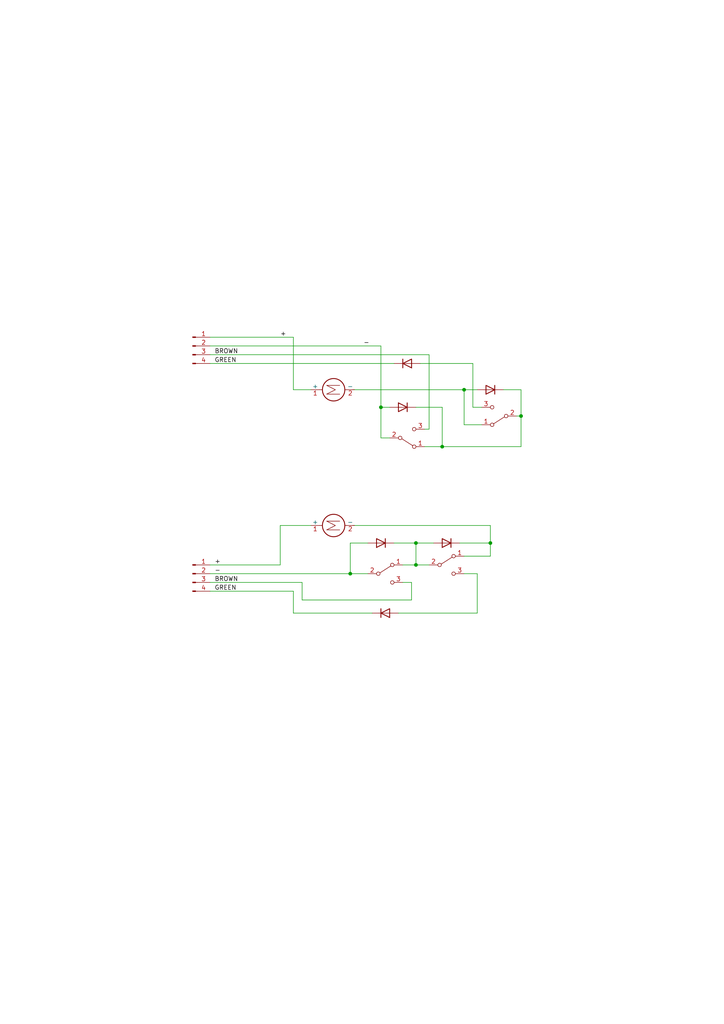
<source format=kicad_sch>
(kicad_sch (version 20230121) (generator eeschema)
  (paper "A4" portrait)
  (lib_symbols
    (symbol "Connector:Conn_01x04_Pin" (pin_names (offset 1.016) hide)
      (property "Reference" "J" (at 0 5.08 0))
      (property "Value" "Conn_01x04_Pin" (at 0 -7.62 0))
      (symbol "Conn_01x04_Pin_1_1"
        (polyline (pts (xy 1.27 -5.08) (xy 0.8636 -5.08)) (stroke (width 0.1524)))
        (polyline (pts (xy 1.27 -2.54) (xy 0.8636 -2.54)) (stroke (width 0.1524)))
        (polyline (pts (xy 1.27 0) (xy 0.8636 0)) (stroke (width 0.1524)))
        (polyline (pts (xy 1.27 2.54) (xy 0.8636 2.54)) (stroke (width 0.1524)))
        (rectangle (start 0.8636 -4.953) (end 0 -5.207) (stroke (width 0.1524)) (fill (type outline)))
        (rectangle (start 0.8636 -2.413) (end 0 -2.667) (stroke (width 0.1524)) (fill (type outline)))
        (rectangle (start 0.8636 0.127) (end 0 -0.127) (stroke (width 0.1524)) (fill (type outline)))
        (rectangle (start 0.8636 2.667) (end 0 2.413) (stroke (width 0.1524)) (fill (type outline)))
        (pin passive line (at 5.08 2.54 180) (length 3.81) (name "Pin_1") (number "1"))
        (pin passive line (at 5.08 0 180) (length 3.81) (name "Pin_2") (number "2"))
        (pin passive line (at 5.08 -2.54 180) (length 3.81) (name "Pin_3") (number "3"))
        (pin passive line (at 5.08 -5.08 180) (length 3.81) (name "Pin_4") (number "4"))
      )
    )
    (symbol "Diode:1N4001" (pin_numbers hide) (pin_names hide)
      (property "Reference" "D" (at 0 2.54 0))
      (property "Value" "1N4001" (at 0 -2.54 0))
      (symbol "1N4001_0_1"
        (polyline (pts (xy -1.27 1.27) (xy -1.27 -1.27)) (stroke (width 0.254)))
        (polyline (pts (xy 1.27 0) (xy -1.27 0)))
        (polyline (pts (xy 1.27 1.27) (xy 1.27 -1.27) (xy -1.27 0) (xy 1.27 1.27)) (stroke (width 0.254)))
      )
      (symbol "1N4001_1_1"
        (pin passive line (at -3.81 0 0) (length 2.54) (name "K") (number "1"))
        (pin passive line (at 3.81 0 180) (length 2.54) (name "A") (number "2"))
      )
    )
    (symbol "Motor:Motor_DC" (pin_names (offset 0))
      (property "Reference" "M" (at 2.54 2.54 0))
      (property "Value" "Motor_DC" (at 2.54 -5.08 0))
      (symbol "Motor_DC_0_0"
        (polyline (pts (xy -1.27 -3.302) (xy -1.27 0.508) (xy 0 -2.032) (xy 1.27 0.508) (xy 1.27 -3.302)))
      )
      (symbol "Motor_DC_0_1"
        (circle (center 0 -1.524) (radius 3.2512) (stroke (width 0.254)))
        (polyline (pts (xy 0 -7.62) (xy 0 -7.112)))
        (polyline (pts (xy 0 -4.7752) (xy 0 -5.1816)))
        (polyline (pts (xy 0 1.7272) (xy 0 2.0828)))
        (polyline (pts (xy 0 2.032) (xy 0 2.54)))
      )
      (symbol "Motor_DC_1_1"
        (pin passive line (at 0 5.08 270) (length 2.54) (name "+") (number "1"))
        (pin passive line (at 0 -7.62 90) (length 2.54) (name "-") (number "2"))
      )
    )
    (symbol "Switch:SW_SPDT" (pin_names (offset 0) hide)
      (property "Reference" "SW" (at 0 4.318 0))
      (property "Value" "SW_SPDT" (at 0 -5.08 0))
      (symbol "SW_SPDT_0_0"
        (circle (center -2.032 0) (radius 0.508))
        (circle (center 2.032 -2.54) (radius 0.508))
      )
      (symbol "SW_SPDT_0_1"
        (polyline (pts (xy -1.524 0.254) (xy 1.651 2.286)))
        (circle (center 2.032 2.54) (radius 0.508))
      )
      (symbol "SW_SPDT_1_1"
        (pin passive line (at 5.08 2.54 180) (length 2.54) (name "A") (number "1"))
        (pin passive line (at -5.08 0 0) (length 2.54) (name "B") (number "2"))
        (pin passive line (at 5.08 -2.54 180) (length 2.54) (name "C") (number "3"))
      )
    )
  )
  (junction (at 110.49 118.11))
  (junction (at 151.13 120.65))
  (junction (at 120.65 163.83))
  (junction (at 128.27 129.54))
  (junction (at 134.62 113.03))
  (junction (at 101.6 166.37))
  (junction (at 120.65 157.48))
  (junction (at 142.24 157.48))
  (wire (pts (xy 139.7 118.11) (xy 137.16 118.11)))
  (wire (pts (xy 134.62 123.19) (xy 134.62 113.03)))
  (wire (pts (xy 137.16 105.41) (xy 121.92 105.41)))
  (wire (pts (xy 120.65 163.83) (xy 124.46 163.83)))
  (wire (pts (xy 60.96 102.87) (xy 124.46 102.87)))
  (wire (pts (xy 114.3 157.48) (xy 120.65 157.48)))
  (wire (pts (xy 101.6 166.37) (xy 106.68 166.37)))
  (wire (pts (xy 115.57 177.8) (xy 138.43 177.8)))
  (wire (pts (xy 128.27 118.11) (xy 120.65 118.11)))
  (wire (pts (xy 134.62 113.03) (xy 138.43 113.03)))
  (wire (pts (xy 123.19 129.54) (xy 128.27 129.54)))
  (wire (pts (xy 60.96 100.33) (xy 110.49 100.33)))
  (wire (pts (xy 85.09 177.8) (xy 85.09 171.45)))
  (wire (pts (xy 139.7 123.19) (xy 134.62 123.19)))
  (wire (pts (xy 138.43 166.37) (xy 134.62 166.37)))
  (wire (pts (xy 142.24 152.4) (xy 142.24 157.48)))
  (wire (pts (xy 101.6 157.48) (xy 101.6 166.37)))
  (wire (pts (xy 124.46 124.46) (xy 123.19 124.46)))
  (wire (pts (xy 60.96 168.91) (xy 87.63 168.91)))
  (wire (pts (xy 124.46 102.87) (xy 124.46 124.46)))
  (wire (pts (xy 85.09 113.03) (xy 85.09 97.79)))
  (wire (pts (xy 128.27 129.54) (xy 151.13 129.54)))
  (wire (pts (xy 110.49 127) (xy 110.49 118.11)))
  (wire (pts (xy 110.49 118.11) (xy 113.03 118.11)))
  (wire (pts (xy 128.27 129.54) (xy 128.27 118.11)))
  (wire (pts (xy 60.96 163.83) (xy 81.28 163.83)))
  (wire (pts (xy 60.96 166.37) (xy 101.6 166.37)))
  (wire (pts (xy 85.09 171.45) (xy 60.96 171.45)))
  (wire (pts (xy 151.13 120.65) (xy 151.13 113.03)))
  (wire (pts (xy 134.62 161.29) (xy 142.24 161.29)))
  (wire (pts (xy 81.28 163.83) (xy 81.28 152.4)))
  (wire (pts (xy 81.28 152.4) (xy 90.17 152.4)))
  (wire (pts (xy 113.03 127) (xy 110.49 127)))
  (wire (pts (xy 151.13 120.65) (xy 151.13 129.54)))
  (wire (pts (xy 138.43 177.8) (xy 138.43 166.37)))
  (wire (pts (xy 151.13 113.03) (xy 146.05 113.03)))
  (wire (pts (xy 137.16 118.11) (xy 137.16 105.41)))
  (wire (pts (xy 110.49 100.33) (xy 110.49 118.11)))
  (wire (pts (xy 87.63 168.91) (xy 87.63 173.99)))
  (wire (pts (xy 106.68 157.48) (xy 101.6 157.48)))
  (wire (pts (xy 60.96 105.41) (xy 114.3 105.41)))
  (wire (pts (xy 87.63 173.99) (xy 119.38 173.99)))
  (wire (pts (xy 85.09 97.79) (xy 60.96 97.79)))
  (wire (pts (xy 142.24 157.48) (xy 142.24 161.29)))
  (wire (pts (xy 119.38 173.99) (xy 119.38 168.91)))
  (wire (pts (xy 102.87 113.03) (xy 134.62 113.03)))
  (wire (pts (xy 149.86 120.65) (xy 151.13 120.65)))
  (wire (pts (xy 133.35 157.48) (xy 142.24 157.48)))
  (wire (pts (xy 125.73 157.48) (xy 120.65 157.48)))
  (wire (pts (xy 116.84 163.83) (xy 120.65 163.83)))
  (wire (pts (xy 119.38 168.91) (xy 116.84 168.91)))
  (wire (pts (xy 120.65 157.48) (xy 120.65 163.83)))
  (wire (pts (xy 142.24 152.4) (xy 102.87 152.4)))
  (wire (pts (xy 107.95 177.8) (xy 85.09 177.8)))
  (wire (pts (xy 90.17 113.03) (xy 85.09 113.03)))
  (label "+" (at 62.23 163.83 0))
  (label "GREEN" (at 62.23 171.45 0))
  (label "BROWN" (at 62.23 168.91 0))
  (label "-" (at 105.41 100.33 0))
  (label "+" (at 81.28 97.79 0))
  (label "-" (at 62.23 166.37 0))
  (label "GREEN" (at 62.23 105.41 0))
  (label "BROWN" (at 62.23 102.87 0))
  (symbol (lib_id "Diode:1N4001") (at 111.76 177.8 0) (mirror x) (unit 1) (in_bom no) (on_board no)
    (property "Reference" "D31" (effects hide))
    (property "Value" "1N4001" (effects hide))
    (property "Footprint" "Diode_THT:D_DO-41_SOD81_P10.16mm_Horizontal" (effects hide))
    (property "Datasheet" "http://www.vishay.com/docs/88503/1n4001.pdf" (effects hide))
    (property "Sim.Device" "D" (effects hide))
    (property "Sim.Pins" "1=K 2=A" (effects hide))
  )
  (symbol (lib_id "Diode:1N4001") (at 118.11 105.41 0) (mirror x) (unit 1) (in_bom no) (on_board no)
    (property "Reference" "D29" (effects hide))
    (property "Value" "1N4001" (effects hide))
    (property "Footprint" "Diode_THT:D_DO-41_SOD81_P10.16mm_Horizontal" (effects hide))
    (property "Datasheet" "http://www.vishay.com/docs/88503/1n4001.pdf" (effects hide))
    (property "Sim.Device" "D" (effects hide))
    (property "Sim.Pins" "1=K 2=A" (effects hide))
  )
  (symbol (lib_id "Diode:1N4001") (at 116.84 118.11 0) (mirror y) (unit 1) (in_bom no) (on_board no)
    (property "Reference" "D27" (effects hide))
    (property "Value" "1N4001" (effects hide))
    (property "Footprint" "Diode_THT:D_DO-41_SOD81_P10.16mm_Horizontal" (effects hide))
    (property "Datasheet" "http://www.vishay.com/docs/88503/1n4001.pdf" (effects hide))
    (property "Sim.Device" "D" (effects hide))
    (property "Sim.Pins" "1=K 2=A" (effects hide))
  )
  (symbol (lib_id "Diode:1N4001") (at 129.54 157.48 180) (unit 1) (in_bom no) (on_board no)
    (property "Reference" "D32" (effects hide))
    (property "Value" "1N4001" (effects hide))
    (property "Footprint" "Diode_THT:D_DO-41_SOD81_P10.16mm_Horizontal" (effects hide))
    (property "Datasheet" "http://www.vishay.com/docs/88503/1n4001.pdf" (effects hide))
    (property "Sim.Device" "D" (effects hide))
    (property "Sim.Pins" "1=K 2=A" (effects hide))
  )
  (symbol (lib_id "Diode:1N4001") (at 142.24 113.03 180) (unit 1) (in_bom no) (on_board no)
    (property "Reference" "D28" (effects hide))
    (property "Value" "1N4001" (effects hide))
    (property "Footprint" "Diode_THT:D_DO-41_SOD81_P10.16mm_Horizontal" (effects hide))
    (property "Datasheet" "http://www.vishay.com/docs/88503/1n4001.pdf" (effects hide))
    (property "Sim.Device" "D" (effects hide))
    (property "Sim.Pins" "1=K 2=A" (effects hide))
  )
  (symbol (lib_id "Switch:SW_SPDT") (at 111.76 166.37 0) (unit 1) (in_bom no) (on_board no)
    (property "Reference" "SW8" (effects hide))
    (property "Value" "SW_SPDT" (effects hide))
  )
  (symbol (lib_id "Connector:Conn_01x04_Pin") (at 55.88 166.37 0) (unit 1)
    (property "Reference" "J26" (effects hide))
    (property "Value" "Conn_01x01_Pin" (effects hide))
  )
  (symbol (lib_id "Connector:Conn_01x04_Pin") (at 55.88 100.33 0) (unit 1)
    (property "Reference" "J23" (effects hide))
    (property "Value" "Conn_01x01_Pin" (effects hide))
  )
  (symbol (lib_id "Motor:Motor_DC") (at 95.25 152.4 90) (unit 1) (in_bom no) (on_board no)
    (property "Reference" "M2" (effects hide))
    (property "Value" "Motor_DC" (effects hide))
  )
  (symbol (lib_id "Switch:SW_SPDT") (at 129.54 163.83 0) (unit 1) (in_bom no) (on_board no)
    (property "Reference" "SW9" (effects hide))
    (property "Value" "SW_SPDT" (effects hide))
  )
  (symbol (lib_id "Diode:1N4001") (at 110.49 157.48 180) (unit 1) (in_bom no) (on_board no)
    (property "Reference" "D30" (effects hide))
    (property "Value" "1N4001" (effects hide))
    (property "Footprint" "Diode_THT:D_DO-41_SOD81_P10.16mm_Horizontal" (effects hide))
    (property "Datasheet" "http://www.vishay.com/docs/88503/1n4001.pdf" (effects hide))
    (property "Sim.Device" "D" (effects hide))
    (property "Sim.Pins" "1=K 2=A" (effects hide))
  )
  (symbol (lib_id "Motor:Motor_DC") (at 95.25 113.03 90) (unit 1) (in_bom no) (on_board no)
    (property "Reference" "M1" (effects hide))
    (property "Value" "Motor_DC" (effects hide))
  )
  (symbol (lib_id "Switch:SW_SPDT") (at 118.11 127 0) (mirror x) (unit 1) (in_bom no) (on_board no)
    (property "Reference" "SW3" (effects hide))
    (property "Value" "SW_SPDT" (effects hide))
  )
  (symbol (lib_id "Switch:SW_SPDT") (at 144.78 120.65 180) (unit 1) (in_bom no) (on_board no)
    (property "Reference" "SW5" (effects hide))
    (property "Value" "SW_SPDT" (effects hide))
  )
)
</source>
